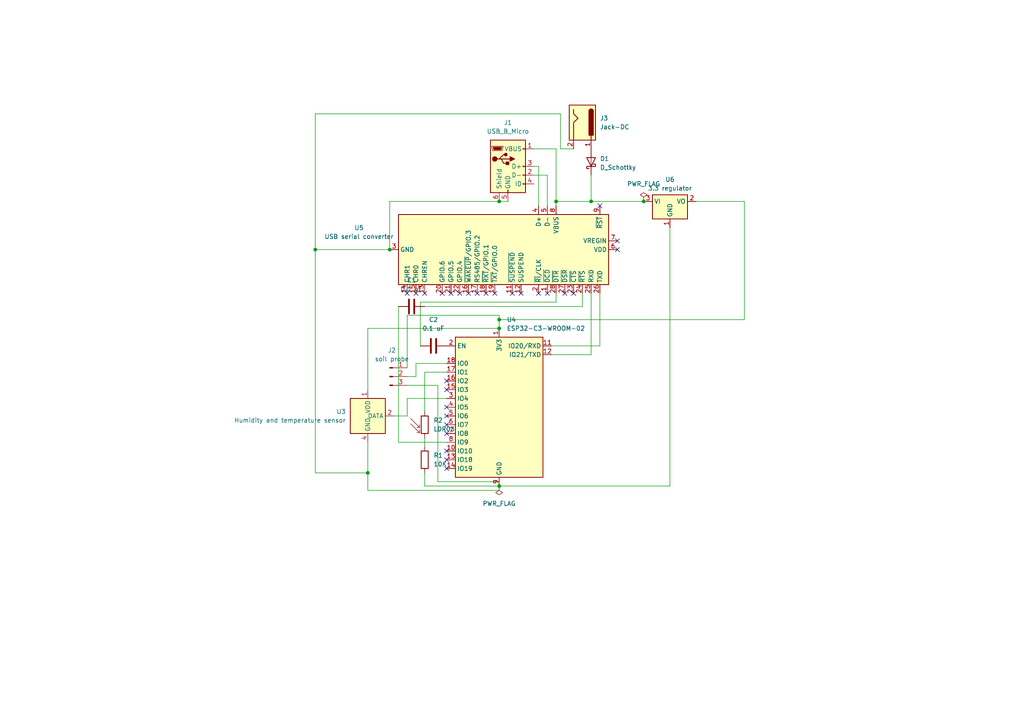
<source format=kicad_sch>
(kicad_sch (version 20231120) (generator "eeschema") (generator_version "8.0")
  (paper "A4")
  (lib_symbols
    (symbol "Connector:Conn_01x03_Pin" (pin_names (offset 1.016) hide)
      (property "Reference" "J" (at 0 5.08 0))
      (property "Value" "Conn_01x03_Pin" (at 0 -5.08 0))
      (symbol "Conn_01x03_Pin_1_1"
        (polyline (pts (xy 1.27 -2.54) (xy 0.8636 -2.54)) (stroke (width 0.1524)))
        (polyline (pts (xy 1.27 0) (xy 0.8636 0)) (stroke (width 0.1524)))
        (polyline (pts (xy 1.27 2.54) (xy 0.8636 2.54)) (stroke (width 0.1524)))
        (rectangle (start 0.8636 -2.413) (end 0 -2.667) (stroke (width 0.1524)) (fill (type outline)))
        (rectangle (start 0.8636 0.127) (end 0 -0.127) (stroke (width 0.1524)) (fill (type outline)))
        (rectangle (start 0.8636 2.667) (end 0 2.413) (stroke (width 0.1524)) (fill (type outline)))
        (pin passive line (at 5.08 2.54 180) (length 3.81) (name "Pin_1") (number "1"))
        (pin passive line (at 5.08 0 180) (length 3.81) (name "Pin_2") (number "2"))
        (pin passive line (at 5.08 -2.54 180) (length 3.81) (name "Pin_3") (number "3"))
      )
    )
    (symbol "Connector:Jack-DC" (pin_names (offset 1.016))
      (property "Reference" "J" (at 0 5.334 0))
      (property "Value" "Jack-DC" (at 0 -5.08 0))
      (symbol "Jack-DC_0_1"
        (rectangle (start -5.08 3.81) (end 5.08 -3.81) (stroke (width 0.254)) (fill (type background)))
        (arc (start -3.302 3.175) (mid -3.9343 2.54) (end -3.302 1.905) (stroke (width 0.254)))
        (arc (start -3.302 3.175) (mid -3.9343 2.54) (end -3.302 1.905) (stroke (width 0.254)) (fill (type outline)))
        (polyline (pts (xy 5.08 2.54) (xy 3.81 2.54)) (stroke (width 0.254)))
        (polyline (pts (xy -3.81 -2.54) (xy -2.54 -2.54) (xy -1.27 -1.27) (xy 0 -2.54) (xy 2.54 -2.54) (xy 5.08 -2.54)) (stroke (width 0.254)))
        (rectangle (start 3.683 3.175) (end -3.302 1.905) (stroke (width 0.254)) (fill (type outline)))
      )
      (symbol "Jack-DC_1_1"
        (pin passive line (at 7.62 2.54 180) (length 2.54) (name "~") (number "1"))
        (pin passive line (at 7.62 -2.54 180) (length 2.54) (name "~") (number "2"))
      )
    )
    (symbol "Connector:USB_B_Micro" (pin_names (offset 1.016))
      (property "Reference" "J" (at -5.08 11.43 0))
      (property "Value" "USB_B_Micro" (at -5.08 8.89 0))
      (symbol "USB_B_Micro_0_1"
        (rectangle (start -5.08 -7.62) (end 5.08 7.62) (stroke (width 0.254)) (fill (type background)))
        (circle (center -3.81 2.159) (radius 0.635) (stroke (width 0.254)) (fill (type outline)))
        (circle (center -0.635 3.429) (radius 0.381) (stroke (width 0.254)) (fill (type outline)))
        (rectangle (start -0.127 -7.62) (end 0.127 -6.858))
        (polyline (pts (xy -1.905 2.159) (xy 0.635 2.159)) (stroke (width 0.254)))
        (polyline (pts (xy -3.175 2.159) (xy -2.54 2.159) (xy -1.27 3.429) (xy -0.635 3.429)) (stroke (width 0.254)))
        (polyline (pts (xy -2.54 2.159) (xy -1.905 2.159) (xy -1.27 0.889) (xy 0 0.889)) (stroke (width 0.254)))
        (polyline (pts (xy 0.635 2.794) (xy 0.635 1.524) (xy 1.905 2.159) (xy 0.635 2.794)) (stroke (width 0.254)) (fill (type outline)))
        (polyline (pts (xy -4.318 5.588) (xy -1.778 5.588) (xy -2.032 4.826) (xy -4.064 4.826) (xy -4.318 5.588)) (fill (type outline)))
        (polyline (pts (xy -4.699 5.842) (xy -4.699 5.588) (xy -4.445 4.826) (xy -4.445 4.572) (xy -1.651 4.572) (xy -1.651 4.826) (xy -1.397 5.588) (xy -1.397 5.842) (xy -4.699 5.842)))
        (rectangle (start 0.254 1.27) (end -0.508 0.508) (stroke (width 0.254)) (fill (type outline)))
        (rectangle (start 5.08 -5.207) (end 4.318 -4.953))
        (rectangle (start 5.08 -2.667) (end 4.318 -2.413))
        (rectangle (start 5.08 -0.127) (end 4.318 0.127))
        (rectangle (start 5.08 4.953) (end 4.318 5.207))
      )
      (symbol "USB_B_Micro_1_1"
        (pin power_out line (at 7.62 5.08 180) (length 2.54) (name "VBUS") (number "1"))
        (pin bidirectional line (at 7.62 -2.54 180) (length 2.54) (name "D-") (number "2"))
        (pin bidirectional line (at 7.62 0 180) (length 2.54) (name "D+") (number "3"))
        (pin passive line (at 7.62 -5.08 180) (length 2.54) (name "ID") (number "4"))
        (pin power_out line (at 0 -10.16 90) (length 2.54) (name "GND") (number "5"))
        (pin passive line (at -2.54 -10.16 90) (length 2.54) (name "Shield") (number "6"))
      )
    )
    (symbol "Device:C" (pin_numbers hide) (pin_names (offset 0.254))
      (property "Reference" "C" (at 0.635 2.54 0))
      (property "Value" "C" (at 0.635 -2.54 0))
      (symbol "C_0_1"
        (polyline (pts (xy -2.032 -0.762) (xy 2.032 -0.762)) (stroke (width 0.508)))
        (polyline (pts (xy -2.032 0.762) (xy 2.032 0.762)) (stroke (width 0.508)))
      )
      (symbol "C_1_1"
        (pin passive line (at 0 3.81 270) (length 2.794) (name "~") (number "1"))
        (pin passive line (at 0 -3.81 90) (length 2.794) (name "~") (number "2"))
      )
    )
    (symbol "Device:D_Schottky" (pin_numbers hide) (pin_names (offset 1.016) hide)
      (property "Reference" "D" (at 0 2.54 0))
      (property "Value" "D_Schottky" (at 0 -2.54 0))
      (symbol "D_Schottky_0_1"
        (polyline (pts (xy 1.27 0) (xy -1.27 0)))
        (polyline (pts (xy 1.27 1.27) (xy 1.27 -1.27) (xy -1.27 0) (xy 1.27 1.27)) (stroke (width 0.254)))
        (polyline (pts (xy -1.905 0.635) (xy -1.905 1.27) (xy -1.27 1.27) (xy -1.27 -1.27) (xy -0.635 -1.27) (xy -0.635 -0.635)) (stroke (width 0.254)))
      )
      (symbol "D_Schottky_1_1"
        (pin passive line (at -3.81 0 0) (length 2.54) (name "K") (number "1"))
        (pin passive line (at 3.81 0 180) (length 2.54) (name "A") (number "2"))
      )
    )
    (symbol "Device:R" (pin_numbers hide) (pin_names (offset 0))
      (property "Reference" "R" (at 2.032 0 90))
      (property "Value" "R" (at 0 0 90))
      (symbol "R_0_1"
        (rectangle (start -1.016 -2.54) (end 1.016 2.54) (stroke (width 0.254)))
      )
      (symbol "R_1_1"
        (pin passive line (at 0 3.81 270) (length 1.27) (name "~") (number "1"))
        (pin passive line (at 0 -3.81 90) (length 1.27) (name "~") (number "2"))
      )
    )
    (symbol "Interface_USB:CP2102N-Axx-xQFN28"
      (property "Reference" "U" (at -8.89 31.75 0))
      (property "Value" "CP2102N-Axx-xQFN28" (at 12.7 31.75 0))
      (symbol "CP2102N-Axx-xQFN28_0_1"
        (rectangle (start -10.16 30.48) (end 10.16 -30.48) (stroke (width 0.254)) (fill (type background)))
      )
      (symbol "CP2102N-Axx-xQFN28_1_1"
        (pin input line (at 12.7 12.7 180) (length 2.54) (name "~{DCD}") (number "1"))
        (pin no_connect line (at -10.16 -27.94 0) (length 2.54) hide (name "NC") (number "10"))
        (pin output line (at 12.7 2.54 180) (length 2.54) (name "~{SUSPEND}") (number "11"))
        (pin output line (at 12.7 5.08 180) (length 2.54) (name "SUSPEND") (number "12"))
        (pin output line (at 12.7 -22.86 180) (length 2.54) (name "CHREN") (number "13"))
        (pin output line (at 12.7 -27.94 180) (length 2.54) (name "CHR1") (number "14"))
        (pin output line (at 12.7 -25.4 180) (length 2.54) (name "CHR0") (number "15"))
        (pin bidirectional line (at 12.7 -10.16 180) (length 2.54) (name "~{WAKEUP}/GPIO.3") (number "16"))
        (pin bidirectional line (at 12.7 -7.62 180) (length 2.54) (name "RS485/GPIO.2") (number "17"))
        (pin bidirectional line (at 12.7 -5.08 180) (length 2.54) (name "~{RXT}/GPIO.1") (number "18"))
        (pin bidirectional line (at 12.7 -2.54 180) (length 2.54) (name "~{TXT}/GPIO.0") (number "19"))
        (pin bidirectional line (at 12.7 10.16 180) (length 2.54) (name "~{RI}/CLK") (number "2"))
        (pin bidirectional line (at 12.7 -17.78 180) (length 2.54) (name "GPIO.6") (number "20"))
        (pin bidirectional line (at 12.7 -15.24 180) (length 2.54) (name "GPIO.5") (number "21"))
        (pin bidirectional line (at 12.7 -12.7 180) (length 2.54) (name "GPIO.4") (number "22"))
        (pin input line (at 12.7 20.32 180) (length 2.54) (name "~{CTS}") (number "23"))
        (pin output line (at 12.7 22.86 180) (length 2.54) (name "~{RTS}") (number "24"))
        (pin input line (at 12.7 25.4 180) (length 2.54) (name "RXD") (number "25"))
        (pin output line (at 12.7 27.94 180) (length 2.54) (name "TXD") (number "26"))
        (pin input line (at 12.7 17.78 180) (length 2.54) (name "~{DSR}") (number "27"))
        (pin output line (at 12.7 15.24 180) (length 2.54) (name "~{DTR}") (number "28"))
        (pin passive line (at 0 -33.02 90) (length 2.54) hide (name "GND") (number "29"))
        (pin power_in line (at 0 -33.02 90) (length 2.54) (name "GND") (number "3"))
        (pin bidirectional line (at -12.7 10.16 0) (length 2.54) (name "D+") (number "4"))
        (pin bidirectional line (at -12.7 12.7 0) (length 2.54) (name "D-") (number "5"))
        (pin power_in line (at 0 33.02 270) (length 2.54) (name "VDD") (number "6"))
        (pin power_in line (at -2.54 33.02 270) (length 2.54) (name "VREGIN") (number "7"))
        (pin input line (at -12.7 15.24 0) (length 2.54) (name "VBUS") (number "8"))
        (pin input line (at -12.7 27.94 0) (length 2.54) (name "~{RST}") (number "9"))
      )
    )
    (symbol "RF_Module:ESP32-C3-WROOM-02"
      (property "Reference" "U" (at -12.192 21.336 0))
      (property "Value" "ESP32-C3-WROOM-02" (at 12.192 21.336 0))
      (symbol "ESP32-C3-WROOM-02_1_1"
        (rectangle (start -12.7 20.32) (end 12.7 -20.32) (stroke (width 0.254)) (fill (type background)))
        (pin power_in line (at 0 22.86 270) (length 2.54) (name "3V3") (number "1"))
        (pin bidirectional line (at -15.24 -12.7 0) (length 2.54) (name "IO10") (number "10"))
        (pin bidirectional line (at 15.24 17.78 180) (length 2.54) (name "IO20/RXD") (number "11"))
        (pin bidirectional line (at 15.24 15.24 180) (length 2.54) (name "IO21/TXD") (number "12"))
        (pin bidirectional line (at -15.24 -15.24 0) (length 2.54) (name "IO18") (number "13"))
        (pin bidirectional line (at -15.24 -17.78 0) (length 2.54) (name "IO19") (number "14"))
        (pin bidirectional line (at -15.24 5.08 0) (length 2.54) (name "IO3") (number "15"))
        (pin bidirectional line (at -15.24 7.62 0) (length 2.54) (name "IO2") (number "16"))
        (pin bidirectional line (at -15.24 10.16 0) (length 2.54) (name "IO1") (number "17"))
        (pin bidirectional line (at -15.24 12.7 0) (length 2.54) (name "IO0") (number "18"))
        (pin passive line (at 0 -22.86 90) (length 2.54) hide (name "GND") (number "19"))
        (pin input line (at -15.24 17.78 0) (length 2.54) (name "EN") (number "2"))
        (pin bidirectional line (at -15.24 2.54 0) (length 2.54) (name "IO4") (number "3"))
        (pin bidirectional line (at -15.24 0 0) (length 2.54) (name "IO5") (number "4"))
        (pin bidirectional line (at -15.24 -2.54 0) (length 2.54) (name "IO6") (number "5"))
        (pin bidirectional line (at -15.24 -5.08 0) (length 2.54) (name "IO7") (number "6"))
        (pin bidirectional line (at -15.24 -7.62 0) (length 2.54) (name "IO8") (number "7"))
        (pin bidirectional line (at -15.24 -10.16 0) (length 2.54) (name "IO9") (number "8"))
        (pin power_in line (at 0 -22.86 90) (length 2.54) (name "GND") (number "9"))
      )
    )
    (symbol "Regulator_Linear:AMS1117-3.3"
      (property "Reference" "U" (at -3.81 3.175 0))
      (property "Value" "AMS1117-3.3" (at 0 3.175 0))
      (symbol "AMS1117-3.3_0_1"
        (rectangle (start -5.08 -5.08) (end 5.08 1.905) (stroke (width 0.254)) (fill (type background)))
      )
      (symbol "AMS1117-3.3_1_1"
        (pin power_in line (at 0 -7.62 90) (length 2.54) (name "GND") (number "1"))
        (pin power_out line (at 7.62 0 180) (length 2.54) (name "VO") (number "2"))
        (pin power_in line (at -7.62 0 0) (length 2.54) (name "VI") (number "3"))
      )
    )
    (symbol "Sensor:DHT11"
      (property "Reference" "U" (at -3.81 6.35 0))
      (property "Value" "DHT11" (at 3.81 6.35 0))
      (symbol "DHT11_0_1"
        (rectangle (start -5.08 5.08) (end 5.08 -5.08) (stroke (width 0.254)) (fill (type background)))
      )
      (symbol "DHT11_1_1"
        (pin power_in line (at 0 7.62 270) (length 2.54) (name "VDD") (number "1"))
        (pin bidirectional line (at 7.62 0 180) (length 2.54) (name "DATA") (number "2"))
        (pin no_connect line (at -5.08 0 0) (length 2.54) hide (name "NC") (number "3"))
        (pin power_in line (at 0 -7.62 90) (length 2.54) (name "GND") (number "4"))
      )
    )
    (symbol "Sensor_Optical:LDR03" (pin_numbers hide) (pin_names (offset 0))
      (property "Reference" "R" (at -5.08 0 90))
      (property "Value" "LDR03" (at 1.905 0 90))
      (symbol "LDR03_0_1"
        (rectangle (start -1.016 2.54) (end 1.016 -2.54) (stroke (width 0.254)))
        (polyline (pts (xy -1.524 -2.286) (xy -4.064 0.254)))
        (polyline (pts (xy -1.524 -2.286) (xy -2.286 -2.286)))
        (polyline (pts (xy -1.524 -2.286) (xy -1.524 -1.524)))
        (polyline (pts (xy -1.524 -0.762) (xy -4.064 1.778)))
        (polyline (pts (xy -1.524 -0.762) (xy -2.286 -0.762)))
        (polyline (pts (xy -1.524 -0.762) (xy -1.524 0)))
      )
      (symbol "LDR03_1_1"
        (pin passive line (at 0 3.81 270) (length 1.27) (name "~") (number "1"))
        (pin passive line (at 0 -3.81 90) (length 1.27) (name "~") (number "2"))
      )
    )
    (symbol "power:PWR_FLAG" (power) (pin_numbers hide) (pin_names (offset 0) hide)
      (property "Value" "PWR_FLAG" (at 0 3.81 0))
      (symbol "PWR_FLAG_0_0"
        (pin power_out line (at 0 0 90) (length 0) (name "~") (number "1"))
      )
      (symbol "PWR_FLAG_0_1"
        (polyline (pts (xy 0 0) (xy 0 1.27) (xy -1.016 1.905) (xy 0 2.54) (xy 1.016 1.905) (xy 0 1.27)))
      )
    )
  )
  (junction (at 161.29 58.42))
  (junction (at 144.78 95.25))
  (junction (at 144.78 92.71))
  (junction (at 91.44 72.39))
  (junction (at 144.78 140.97))
  (junction (at 144.78 58.42))
  (junction (at 186.69 58.42))
  (junction (at 106.68 137.16))
  (junction (at 113.03 72.39))
  (junction (at 171.45 58.42))
  (no_connect (at 129.54 135.89))
  (no_connect (at 129.54 118.11))
  (no_connect (at 123.19 85.09))
  (no_connect (at 120.65 85.09))
  (no_connect (at 143.51 85.09))
  (no_connect (at 158.75 85.09))
  (no_connect (at 135.89 85.09))
  (no_connect (at 179.07 72.39))
  (no_connect (at 133.35 85.09))
  (no_connect (at 179.07 69.85))
  (no_connect (at 129.54 123.19))
  (no_connect (at 129.54 120.65))
  (no_connect (at 129.54 130.81))
  (no_connect (at 129.54 110.49))
  (no_connect (at 129.54 133.35))
  (no_connect (at 118.11 85.09))
  (no_connect (at 173.99 59.69))
  (no_connect (at 148.59 85.09))
  (no_connect (at 130.81 85.09))
  (no_connect (at 163.83 85.09))
  (no_connect (at 166.37 85.09))
  (no_connect (at 129.54 113.03))
  (no_connect (at 138.43 85.09))
  (no_connect (at 151.13 85.09))
  (no_connect (at 140.97 85.09))
  (no_connect (at 156.21 85.09))
  (no_connect (at 129.54 125.73))
  (no_connect (at 128.27 85.09))
  (wire (pts (xy 171.45 58.42) (xy 186.69 58.42)))
  (wire (pts (xy 144.78 91.44) (xy 144.78 92.71)))
  (wire (pts (xy 106.68 128.27) (xy 106.68 137.16)))
  (wire (pts (xy 162.56 33.02) (xy 91.44 33.02)))
  (wire (pts (xy 113.03 58.42) (xy 144.78 58.42)))
  (wire (pts (xy 154.94 43.18) (xy 161.29 43.18)))
  (wire (pts (xy 127 111.76) (xy 127 139.7)))
  (wire (pts (xy 127 139.7) (xy 144.78 139.7)))
  (wire (pts (xy 144.78 139.7) (xy 144.78 140.97)))
  (wire (pts (xy 115.57 128.27) (xy 129.54 128.27)))
  (wire (pts (xy 123.19 140.97) (xy 144.78 140.97)))
  (wire (pts (xy 91.44 33.02) (xy 91.44 72.39)))
  (wire (pts (xy 118.11 115.57) (xy 129.54 115.57)))
  (wire (pts (xy 106.68 142.24) (xy 144.78 142.24)))
  (wire (pts (xy 120.65 109.22) (xy 120.65 105.41)))
  (wire (pts (xy 118.11 109.22) (xy 120.65 109.22)))
  (wire (pts (xy 160.02 102.87) (xy 171.45 102.87)))
  (wire (pts (xy 215.9 58.42) (xy 215.9 92.71)))
  (wire (pts (xy 118.11 91.44) (xy 144.78 91.44)))
  (wire (pts (xy 156.21 48.26) (xy 156.21 59.69)))
  (wire (pts (xy 123.19 127) (xy 123.19 129.54)))
  (wire (pts (xy 115.57 88.9) (xy 115.57 128.27)))
  (wire (pts (xy 171.45 50.8) (xy 171.45 58.42)))
  (wire (pts (xy 113.03 72.39) (xy 91.44 72.39)))
  (wire (pts (xy 144.78 58.42) (xy 147.32 58.42)))
  (wire (pts (xy 91.44 137.16) (xy 106.68 137.16)))
  (wire (pts (xy 106.68 137.16) (xy 106.68 142.24)))
  (wire (pts (xy 144.78 142.24) (xy 144.78 140.97)))
  (wire (pts (xy 144.78 92.71) (xy 215.9 92.71)))
  (wire (pts (xy 120.65 105.41) (xy 129.54 105.41)))
  (wire (pts (xy 118.11 120.65) (xy 118.11 115.57)))
  (wire (pts (xy 171.45 85.09) (xy 171.45 102.87)))
  (wire (pts (xy 114.3 120.65) (xy 118.11 120.65)))
  (wire (pts (xy 161.29 59.69) (xy 161.29 58.42)))
  (wire (pts (xy 118.11 111.76) (xy 127 111.76)))
  (wire (pts (xy 194.31 66.04) (xy 194.31 140.97)))
  (wire (pts (xy 154.94 50.8) (xy 158.75 50.8)))
  (wire (pts (xy 166.37 43.18) (xy 162.56 43.18)))
  (wire (pts (xy 168.91 85.09) (xy 168.91 88.9)))
  (wire (pts (xy 123.19 107.95) (xy 129.54 107.95)))
  (wire (pts (xy 194.31 140.97) (xy 144.78 140.97)))
  (wire (pts (xy 173.99 100.33) (xy 160.02 100.33)))
  (wire (pts (xy 121.92 87.63) (xy 161.29 87.63)))
  (wire (pts (xy 173.99 85.09) (xy 173.99 100.33)))
  (wire (pts (xy 144.78 92.71) (xy 144.78 95.25)))
  (wire (pts (xy 113.03 58.42) (xy 113.03 72.39)))
  (wire (pts (xy 158.75 50.8) (xy 158.75 59.69)))
  (wire (pts (xy 162.56 43.18) (xy 162.56 33.02)))
  (wire (pts (xy 161.29 43.18) (xy 161.29 58.42)))
  (wire (pts (xy 118.11 106.68) (xy 118.11 91.44)))
  (wire (pts (xy 91.44 72.39) (xy 91.44 137.16)))
  (wire (pts (xy 201.93 58.42) (xy 215.9 58.42)))
  (wire (pts (xy 123.19 88.9) (xy 168.91 88.9)))
  (wire (pts (xy 106.68 95.25) (xy 144.78 95.25)))
  (wire (pts (xy 161.29 58.42) (xy 171.45 58.42)))
  (wire (pts (xy 154.94 48.26) (xy 156.21 48.26)))
  (wire (pts (xy 106.68 113.03) (xy 106.68 95.25)))
  (wire (pts (xy 123.19 119.38) (xy 123.19 107.95)))
  (wire (pts (xy 123.19 137.16) (xy 123.19 140.97)))
  (wire (pts (xy 121.92 100.33) (xy 121.92 87.63)))
  (wire (pts (xy 161.29 87.63) (xy 161.29 85.09)))
  (symbol (lib_id "Connector:Jack-DC") (at 168.91 35.56 270) (unit 1)
    (property "Reference" "J3" (at 173.99 34.2899 90) (effects (justify left)))
    (property "Value" "Jack-DC" (at 173.99 36.8299 90) (effects (justify left)))
    (property "Footprint" "Connector_BarrelJack:BarrelJack_GCT_DCJ200-10-A_Horizontal" (effects (hide yes)))
    (property "Description" "input power" (effects (hide yes)))
  )
  (symbol (lib_id "Device:C") (at 125.73 100.33 90) (unit 1)
    (property "Reference" "C2" (at 125.73 92.71 90))
    (property "Value" "0.1 uF" (at 125.73 95.25 90))
    (property "Footprint" "Capacitor_THT:C_Disc_D3.0mm_W1.6mm_P2.50mm" (effects (hide yes)))
    (property "Description" "Unpolarized capacitor" (effects (hide yes)))
  )
  (symbol (lib_id "RF_Module:ESP32-C3-WROOM-02") (at 144.78 118.11 0) (unit 1)
    (property "Reference" "U4" (at 146.9741 92.71 0) (effects (justify left)))
    (property "Value" "ESP32-C3-WROOM-02" (at 146.9741 95.25 0) (effects (justify left)))
    (property "Footprint" "RF_Module:ESP32-C3-WROOM-02" (effects (hide yes)))
    (property "Datasheet" "https://www.espressif.com/sites/default/files/documentation/esp32-c3-wroom-02_datasheet_en.pdf" (effects (hide yes)))
    (property "Description" "802.11 b/g/n Wi­Fi and Bluetooth 5 module, ESP32­C3 SoC, RISC­V microprocessor, On-board antenna" (effects (hide yes)))
  )
  (symbol (lib_id "Regulator_Linear:AMS1117-3.3") (at 194.31 58.42 0) (unit 1)
    (property "Reference" "U6" (at 194.31 52.07 0))
    (property "Value" "3.3 regulator" (at 194.31 54.61 0))
    (property "Footprint" "Package_TO_SOT_SMD:SOT-223-3_TabPin2" (effects (hide yes)))
    (property "Datasheet" "http://www.advanced-monolithic.com/pdf/ds1117.pdf" (effects (hide yes)))
    (property "Description" "1A Low Dropout regulator, positive, 3.3V fixed output, SOT-223" (effects (hide yes)))
  )
  (symbol (lib_id "power:PWR_FLAG") (at 144.78 140.97 180) (unit 1)
    (property "Reference" "#FLG01" (effects (hide yes)))
    (property "Value" "PWR_FLAG" (at 144.78 146.05 0))
    (property "Description" "Special symbol for telling ERC where power comes from" (effects (hide yes)))
  )
  (symbol (lib_id "Connector:USB_B_Micro") (at 147.32 48.26 0) (unit 1)
    (property "Reference" "J1" (at 147.32 35.56 0))
    (property "Value" "USB_B_Micro" (at 147.32 38.1 0))
    (property "Footprint" "Connector_USB:USB_Micro-B_Molex-105017-0001" (effects (hide yes)))
    (property "Description" "USB Micro Type B connector" (effects (hide yes)))
  )
  (symbol (lib_id "Sensor:DHT11") (at 106.68 120.65 0) (unit 1)
    (property "Reference" "U3" (at 100.33 119.3799 0) (effects (justify right)))
    (property "Value" "Humidity and temperature sensor" (at 100.33 121.9199 0) (effects (justify right)))
    (property "Footprint" "Sensor:Aosong_DHT11_5.5x12.0_P2.54mm" (effects (hide yes)))
    (property "Datasheet" "http://akizukidenshi.com/download/ds/aosong/DHT11.pdf" (effects (hide yes)))
    (property "Description" "3.3V to 5.5V, temperature and humidity module, DHT11" (effects (hide yes)))
  )
  (symbol (lib_id "Interface_USB:CP2102N-Axx-xQFN28") (at 146.05 72.39 270) (unit 1)
    (property "Reference" "U5" (at 104.14 66.0714 90))
    (property "Value" "USB serial converter" (at 104.14 68.6114 90))
    (property "Footprint" "Package_DFN_QFN:QFN-28-1EP_5x5mm_P0.5mm_EP3.35x3.35mm" (effects (hide yes)))
    (property "Datasheet" "https://www.silabs.com/documents/public/data-sheets/cp2102n-datasheet.pdf" (effects (hide yes)))
    (property "Description" "USB to UART master bridge, QFN-28" (effects (hide yes)))
  )
  (symbol (lib_id "power:PWR_FLAG") (at 186.69 58.42 0) (unit 1)
    (property "Reference" "#FLG02" (effects (hide yes)))
    (property "Value" "PWR_FLAG" (at 186.69 53.34 0))
    (property "Description" "Special symbol for telling ERC where power comes from" (effects (hide yes)))
  )
  (symbol (lib_id "Device:D_Schottky") (at 171.45 46.99 90) (unit 1)
    (property "Reference" "D1" (at 173.99 46.0374 90) (effects (justify right)))
    (property "Value" "D_Schottky" (at 173.99 48.5774 90) (effects (justify right)))
    (property "Footprint" "Diode_SMD:D_SMA" (effects (hide yes)))
    (property "Description" "Schottky diode" (effects (hide yes)))
  )
  (symbol (lib_id "Sensor_Optical:LDR03") (at 123.19 123.19 0) (unit 1)
    (property "Reference" "R2" (at 125.73 121.9199 0) (effects (justify left)))
    (property "Value" "LDR03" (at 125.73 124.4599 0) (effects (justify left)))
    (property "Footprint" "OptoDevice:R_LDR_10x8.5mm_P7.6mm_Vertical" (effects (hide yes)))
    (property "Datasheet" "http://www.elektronica-componenten.nl/WebRoot/StoreNL/Shops/61422969/54F1/BA0C/C664/31B9/2173/C0A8/2AB9/2AEF/LDR03IMP.pdf" (effects (hide yes)))
    (property "Description" "light dependent resistor" (effects (hide yes)))
  )
  (symbol (lib_id "Connector:Conn_01x03_Pin") (at 113.03 109.22 0) (unit 1)
    (property "Reference" "J2" (at 113.665 101.6 0))
    (property "Value" "soil probe" (at 113.665 104.14 0))
    (property "Footprint" "Connector_PinHeader_1.00mm:PinHeader_1x03_P1.00mm_Horizontal" (effects (hide yes)))
    (property "Description" "Generic connector, single row, 01x03, script generated" (effects (hide yes)))
  )
  (symbol (lib_id "Device:C") (at 119.38 88.9 90) (unit 1)
    (property "Reference" "C1" (at 119.38 81.28 90))
    (property "Value" "0.1 uF" (at 119.38 83.82 90))
    (property "Footprint" "Capacitor_THT:C_Disc_D3.0mm_W1.6mm_P2.50mm" (effects (hide yes)))
    (property "Description" "Unpolarized capacitor" (effects (hide yes)))
  )
  (symbol (lib_id "Device:R") (at 123.19 133.35 0) (unit 1)
    (property "Reference" "R1" (at 125.73 132.0799 0) (effects (justify left)))
    (property "Value" "10K" (at 125.73 134.6199 0) (effects (justify left)))
    (property "Footprint" "Resistor_SMD:R_0201_0603Metric" (effects (hide yes)))
    (property "Description" "Resistor" (effects (hide yes)))
  )
)
</source>
